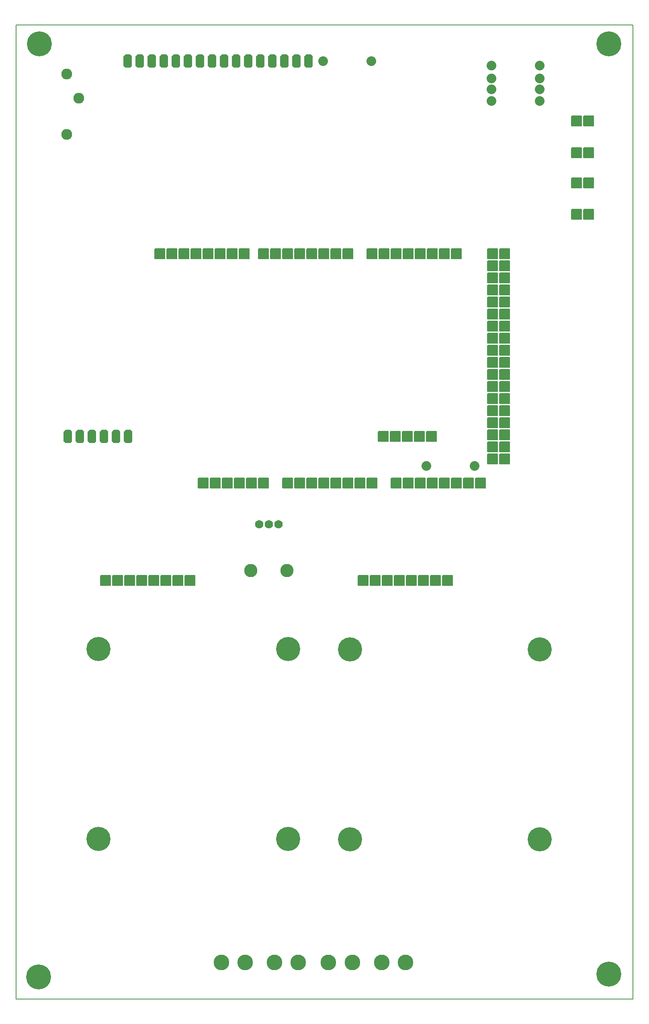
<source format=gbr>
G04 PROTEUS GERBER X2 FILE*
%TF.GenerationSoftware,Labcenter,Proteus,8.11-SP0-Build30052*%
%TF.CreationDate,2022-02-17T19:40:43+00:00*%
%TF.FileFunction,Soldermask,Bot*%
%TF.FilePolarity,Negative*%
%TF.Part,Single*%
%TF.SameCoordinates,{fa563668-36b4-49a2-8e21-0a91219477cd}*%
%FSLAX45Y45*%
%MOMM*%
G01*
%AMPPAD019*
4,1,36,
-1.016000,1.143000,
1.016000,1.143000,
1.041970,1.140470,
1.065980,1.133200,
1.087580,1.121650,
1.106290,1.106290,
1.121650,1.087570,
1.133200,1.065980,
1.140470,1.041970,
1.143000,1.016000,
1.143000,-1.016000,
1.140470,-1.041970,
1.133200,-1.065980,
1.121650,-1.087570,
1.106290,-1.106290,
1.087580,-1.121650,
1.065980,-1.133200,
1.041970,-1.140470,
1.016000,-1.143000,
-1.016000,-1.143000,
-1.041970,-1.140470,
-1.065980,-1.133200,
-1.087580,-1.121650,
-1.106290,-1.106290,
-1.121650,-1.087570,
-1.133200,-1.065980,
-1.140470,-1.041970,
-1.143000,-1.016000,
-1.143000,1.016000,
-1.140470,1.041970,
-1.133200,1.065980,
-1.121650,1.087570,
-1.106290,1.106290,
-1.087580,1.121650,
-1.065980,1.133200,
-1.041970,1.140470,
-1.016000,1.143000,
0*%
%TA.AperFunction,Material*%
%ADD27PPAD019*%
%TA.AperFunction,Material*%
%ADD28C,5.080000*%
%TA.AperFunction,Material*%
%ADD29C,3.302000*%
%AMPPAD022*
4,1,8,
-0.509800,1.397000,
0.509800,1.397000,
0.889000,1.017800,
0.889000,-1.017800,
0.509800,-1.397000,
-0.509800,-1.397000,
-0.889000,-1.017800,
-0.889000,1.017800,
-0.509800,1.397000,
0*%
%TA.AperFunction,Material*%
%ADD72PPAD022*%
%TA.AperFunction,Material*%
%ADD73C,2.794000*%
%TA.AperFunction,Material*%
%ADD30C,2.286000*%
%TA.AperFunction,Material*%
%ADD31C,5.254000*%
%TA.AperFunction,Material*%
%ADD32C,1.778000*%
%TA.AperFunction,Material*%
%ADD33C,2.032000*%
%TA.AperFunction,Profile*%
%ADD20C,0.203200*%
%TD.AperFunction*%
D27*
X-9608000Y-640000D03*
X-9354000Y-640000D03*
X-9100000Y-640000D03*
X-8846000Y-640000D03*
X-8592000Y-640000D03*
X-8338000Y-640000D03*
X-8084000Y-640000D03*
X-7830000Y-640000D03*
X-4183000Y-640000D03*
X-3929000Y-640000D03*
X-3675000Y-640000D03*
X-3421000Y-640000D03*
X-3167000Y-640000D03*
X-2913000Y-640000D03*
X-2659000Y-640000D03*
X-2405000Y-640000D03*
D28*
X-464000Y-6090000D03*
X-4464000Y-6090000D03*
X-4464000Y-2090000D03*
X-464000Y-2090000D03*
X-5764000Y-6080000D03*
X-9764000Y-6080000D03*
X-9764000Y-2080000D03*
X-5764000Y-2080000D03*
D29*
X-3790000Y-8680000D03*
X-3289620Y-8680000D03*
X-7170380Y-8680000D03*
X-6670000Y-8680000D03*
X-6050000Y-8680000D03*
X-5549620Y-8680000D03*
X-4915000Y-8680000D03*
X-4414620Y-8680000D03*
D72*
X-9142000Y+10290000D03*
X-8888000Y+10290000D03*
X-8634000Y+10290000D03*
X-8380000Y+10290000D03*
X-8126000Y+10290000D03*
X-7872000Y+10290000D03*
X-7618000Y+10290000D03*
X-7364000Y+10290000D03*
X-7112000Y+10290000D03*
X-6858000Y+10290000D03*
X-6604000Y+10290000D03*
X-6350000Y+10290000D03*
X-6096000Y+10290000D03*
X-5842000Y+10290000D03*
X-5590000Y+10290000D03*
X-5336000Y+10290000D03*
D27*
X-3758000Y+2388250D03*
X-3504000Y+2388250D03*
X-3250000Y+2388250D03*
X-2996000Y+2388250D03*
X-2742000Y+2388250D03*
D73*
X-6552000Y-430000D03*
X-5790000Y-430000D03*
D30*
X-10430000Y+8750000D03*
X-10430000Y+10020000D03*
X-10176000Y+9512000D03*
D31*
X-11020000Y-8980000D03*
X+990000Y-8927500D03*
X-11010000Y+10647500D03*
X+990000Y+10647500D03*
D32*
X-6374200Y+540000D03*
X-6171000Y+540000D03*
X-5967800Y+540000D03*
D33*
X-1840000Y+1770000D03*
X-2856000Y+1770000D03*
X-5026000Y+10288151D03*
X-4010000Y+10288151D03*
D27*
X-7554000Y+1404000D03*
X-7300000Y+1404000D03*
X-7046000Y+1404000D03*
X-6792000Y+1404000D03*
X-6538000Y+1404000D03*
X-6284000Y+1404000D03*
X-5776000Y+1404000D03*
X-5522000Y+1404000D03*
X-5268000Y+1404000D03*
X-5014000Y+1404000D03*
X-4760000Y+1404000D03*
X-4506000Y+1404000D03*
X-4252000Y+1404000D03*
X-3998000Y+1404000D03*
X-3490000Y+1404000D03*
X-3236000Y+1404000D03*
X-2982000Y+1404000D03*
X-2728000Y+1404000D03*
X-2474000Y+1404000D03*
X-2220000Y+1404000D03*
X-1966000Y+1404000D03*
X-1712000Y+1404000D03*
X-1458000Y+1912000D03*
X-1458000Y+2166000D03*
X-1458000Y+2420000D03*
X-1458000Y+2674000D03*
X-1458000Y+2928000D03*
X-1458000Y+3182000D03*
X-1458000Y+3436000D03*
X-1458000Y+3690000D03*
X-1458000Y+3944000D03*
X-1458000Y+4198000D03*
X-1458000Y+4452000D03*
X-1458000Y+4706000D03*
X-1458000Y+4960000D03*
X-1458000Y+5214000D03*
X-1458000Y+5468000D03*
X-1458000Y+5722000D03*
X-1458000Y+5976000D03*
X-1458000Y+6230000D03*
X-1204000Y+1912000D03*
X-1204000Y+2166000D03*
X-1204000Y+2420000D03*
X-1204000Y+2674000D03*
X-1204000Y+2928000D03*
X-1204000Y+3182000D03*
X-1204000Y+3436000D03*
X-1204000Y+3690000D03*
X-1204000Y+3944000D03*
X-1204000Y+4198000D03*
X-1204000Y+4452000D03*
X-1204000Y+4706000D03*
X-1204000Y+4960000D03*
X-1204000Y+5214000D03*
X-1204000Y+5468000D03*
X-1204000Y+5722000D03*
X-1204000Y+5976000D03*
X-1204000Y+6230000D03*
X-2220000Y+6230000D03*
X-2474000Y+6230000D03*
X-2728000Y+6230000D03*
X-2982000Y+6230000D03*
X-3236000Y+6230000D03*
X-3490000Y+6230000D03*
X-3744000Y+6230000D03*
X-3998000Y+6230000D03*
X-4506000Y+6230000D03*
X-4760000Y+6230000D03*
X-5014000Y+6230000D03*
X-5268000Y+6230000D03*
X-5522000Y+6230000D03*
X-5776000Y+6230000D03*
X-6030000Y+6230000D03*
X-6284000Y+6230000D03*
X-6690400Y+6230000D03*
X-6944400Y+6230000D03*
X-7198400Y+6230000D03*
X-7452400Y+6230000D03*
X-7706400Y+6230000D03*
X-7960400Y+6230000D03*
X-8214400Y+6230000D03*
X-8468400Y+6230000D03*
D72*
X-9136000Y+2388250D03*
X-9390000Y+2388250D03*
X-9644000Y+2388250D03*
X-9898000Y+2388250D03*
X-10152000Y+2388250D03*
X-10406000Y+2388250D03*
D27*
X+315000Y+9030000D03*
X+569000Y+9030000D03*
X+315000Y+8360000D03*
X+569000Y+8360000D03*
X+315000Y+7720000D03*
X+569000Y+7720000D03*
X+315000Y+7060000D03*
X+569000Y+7060000D03*
D33*
X-1485000Y+9451750D03*
X-469000Y+9451750D03*
X-1485000Y+9691750D03*
X-469000Y+9691750D03*
X-1485000Y+9921750D03*
X-469000Y+9921750D03*
X-1485000Y+10191750D03*
X-469000Y+10191750D03*
D20*
X-11500000Y-9450000D02*
X+1500000Y-9450000D01*
X+1500000Y+11050000D01*
X-11500000Y+11050000D01*
X-11500000Y-9450000D01*
M02*

</source>
